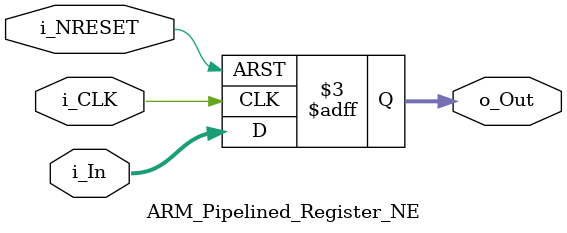
<source format=sv>
module ARM_Pipelined_Register
	#(parameter	BusWidth	= 32)
	(input logic					i_CLK, i_NRESET,
	input logic						i_ENABLE,
	input logic[(BusWidth - 1):0]	i_In,
	output logic[(BusWidth - 1):0]	o_Out);


	always_ff	@(posedge i_CLK, negedge i_NRESET)
	begin
		if (~i_NRESET)		o_Out <= 32'h00000000;
		else if (i_ENABLE)	o_Out <= i_In;
	end

endmodule



module ARM_Pipelined_Register_NE
	#(parameter	BusWidth	= 32)
	(input logic					i_CLK, i_NRESET,
	input logic[(BusWidth - 1):0]	i_In,
	output logic[(BusWidth - 1):0]	o_Out);


	always_ff	@(posedge i_CLK, negedge i_NRESET)
	begin
		if (~i_NRESET)	o_Out <= 32'h00000000;
		else			o_Out <= i_In;
	end

endmodule


</source>
